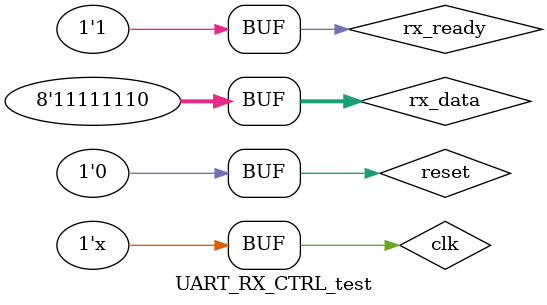
<source format=sv>
`timescale 1ns / 1ps

module UART_RX_CTRL_test();

    logic clk, reset, rx_ready;
    logic [7:0]rx_data;

    logic trigger, Enter_ALU;
    logic [15:0] Data_In;
    logic [3:0]LED;

    UART_RX_CTRL #(	
    .WAIT_FOR_REGISTER_DELAY(3) // tiempo de espera para iniciar la transmision luego de registrar el dato a enviar
	) DUT (
		.clk		(clk), 
		.reset		(reset), 
		.rx_ready	(rx_ready),
		.rx_data	(rx_data),
		.trigger	(trigger), 
		.Enter_ALU	(Enter_ALU),
		.Data_In	(Data_In),
		.LED		(LED)
    );

    always #1 clk = ~clk;

    initial begin
        clk = 0;
        reset = 1;
        rx_ready = 0;
        rx_data = 8'hFE;
        #10 reset = 0;

        #20 rx_ready = 1;

        #5 rx_ready = 1;
        #5 rx_ready = 0;
        #5 rx_ready = 1;
        #5 rx_ready = 0;
        #5 rx_ready = 1;
        #5 rx_ready = 0;
        #5 rx_ready = 1;
    end

endmodule
</source>
